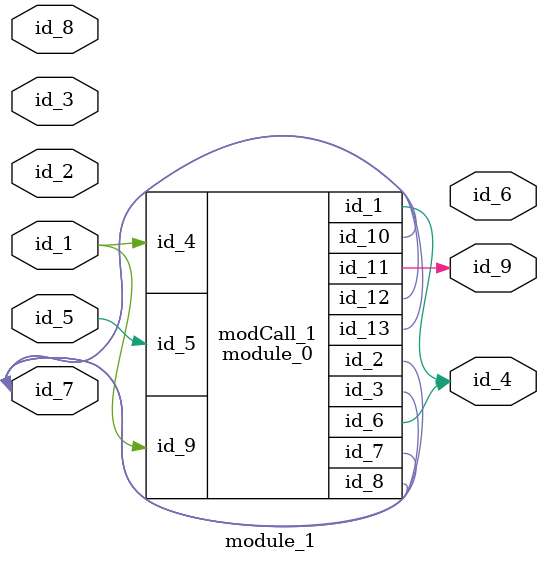
<source format=v>
module module_0 (
    id_1,
    id_2,
    id_3,
    id_4,
    id_5,
    id_6,
    id_7,
    id_8,
    id_9,
    id_10,
    id_11,
    id_12,
    id_13
);
  inout wire id_13;
  inout wire id_12;
  output wire id_11;
  output wire id_10;
  input wire id_9;
  output wire id_8;
  output wire id_7;
  output wire id_6;
  input wire id_5;
  input wire id_4;
  inout wire id_3;
  inout wire id_2;
  output wire id_1;
  wire id_14;
  wire id_15;
  reg  id_16;
  initial begin : LABEL_0
    id_16 <= -1;
  end
endmodule
module module_1 (
    id_1,
    id_2,
    id_3,
    id_4,
    id_5,
    id_6,
    id_7,
    id_8,
    id_9
);
  output wire id_9;
  input wire id_8;
  inout wire id_7;
  output wire id_6;
  module_0 modCall_1 (
      id_4,
      id_7,
      id_7,
      id_1,
      id_5,
      id_4,
      id_7,
      id_7,
      id_1,
      id_7,
      id_9,
      id_7,
      id_7
  );
  input wire id_5;
  output wire id_4;
  input wire id_3;
  input wire id_2;
  input wire id_1;
  wire id_10;
endmodule

</source>
